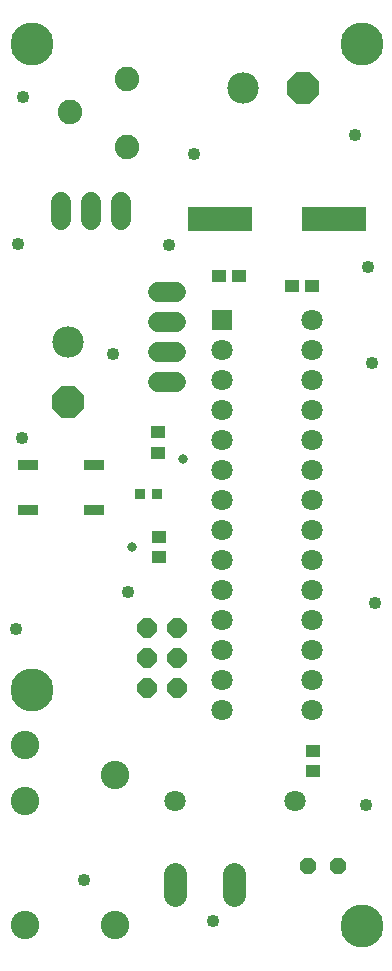
<source format=gts>
G75*
%MOIN*%
%OFA0B0*%
%FSLAX25Y25*%
%IPPOS*%
%LPD*%
%AMOC8*
5,1,8,0,0,1.08239X$1,22.5*
%
%ADD10R,0.04831X0.04437*%
%ADD11C,0.10500*%
%ADD12OC8,0.10500*%
%ADD13C,0.07550*%
%ADD14C,0.08177*%
%ADD15R,0.03650X0.03650*%
%ADD16OC8,0.05300*%
%ADD17R,0.21500X0.08100*%
%ADD18R,0.06500X0.03500*%
%ADD19C,0.09500*%
%ADD20R,0.07100X0.07100*%
%ADD21C,0.07100*%
%ADD22OC8,0.06500*%
%ADD23C,0.06500*%
%ADD24C,0.04262*%
%ADD25C,0.03200*%
%ADD26C,0.14343*%
D10*
X0056278Y0136055D03*
X0056278Y0142748D03*
X0055829Y0170940D03*
X0055829Y0177633D03*
X0076262Y0229769D03*
X0082955Y0229769D03*
X0100610Y0226436D03*
X0107303Y0226436D03*
X0107581Y0071449D03*
X0107581Y0064756D03*
D11*
X0026049Y0207746D03*
X0084216Y0292617D03*
D12*
X0104216Y0292617D03*
X0026049Y0187746D03*
D13*
X0061603Y0030407D02*
X0061603Y0023357D01*
X0081288Y0023357D02*
X0081288Y0030407D01*
D14*
X0045462Y0272697D03*
X0045462Y0295532D03*
X0026565Y0284508D03*
D15*
X0049774Y0157107D03*
X0055679Y0157107D03*
D16*
X0105755Y0033214D03*
X0115755Y0033214D03*
D17*
X0114540Y0248653D03*
X0076540Y0248653D03*
D18*
X0034611Y0166658D03*
X0034611Y0151658D03*
X0012611Y0151658D03*
X0012611Y0166658D03*
D19*
X0011682Y0013417D03*
X0011682Y0054917D03*
X0011682Y0073417D03*
X0041682Y0063417D03*
X0041682Y0013417D03*
D20*
X0077272Y0215150D03*
D21*
X0077272Y0205150D03*
X0077272Y0195150D03*
X0077272Y0185150D03*
X0077272Y0175150D03*
X0077272Y0165150D03*
X0077272Y0155150D03*
X0077272Y0145150D03*
X0077272Y0135150D03*
X0077272Y0125150D03*
X0077272Y0115150D03*
X0077272Y0105150D03*
X0077272Y0095150D03*
X0077272Y0085150D03*
X0061459Y0054661D03*
X0101459Y0054661D03*
X0107272Y0085150D03*
X0107272Y0095150D03*
X0107272Y0105150D03*
X0107272Y0115150D03*
X0107272Y0125150D03*
X0107272Y0135150D03*
X0107272Y0145150D03*
X0107272Y0155150D03*
X0107272Y0165150D03*
X0107272Y0175150D03*
X0107272Y0185150D03*
X0107272Y0195150D03*
X0107272Y0205150D03*
X0107272Y0215150D03*
D22*
X0062128Y0112323D03*
X0062128Y0102323D03*
X0062128Y0092323D03*
X0052128Y0092323D03*
X0052128Y0102323D03*
X0052128Y0112323D03*
D23*
X0055794Y0194312D02*
X0061794Y0194312D01*
X0061794Y0204312D02*
X0055794Y0204312D01*
X0055794Y0214312D02*
X0061794Y0214312D01*
X0061794Y0224312D02*
X0055794Y0224312D01*
X0043463Y0248307D02*
X0043463Y0254307D01*
X0033463Y0254307D02*
X0033463Y0248307D01*
X0023463Y0248307D02*
X0023463Y0254307D01*
D24*
X0009133Y0240309D03*
X0010799Y0289305D03*
X0040796Y0203646D03*
X0059461Y0239976D03*
X0067793Y0270306D03*
X0121455Y0276639D03*
X0125788Y0232644D03*
X0127121Y0200647D03*
X0128121Y0120655D03*
X0125121Y0053328D03*
X0074126Y0014665D03*
X0031130Y0028331D03*
X0008466Y0111989D03*
X0010466Y0175649D03*
X0045796Y0124321D03*
D25*
X0047129Y0139320D03*
X0064127Y0168650D03*
D26*
X0013799Y0091658D03*
X0013799Y0306969D03*
X0123788Y0306969D03*
X0123788Y0012999D03*
M02*

</source>
